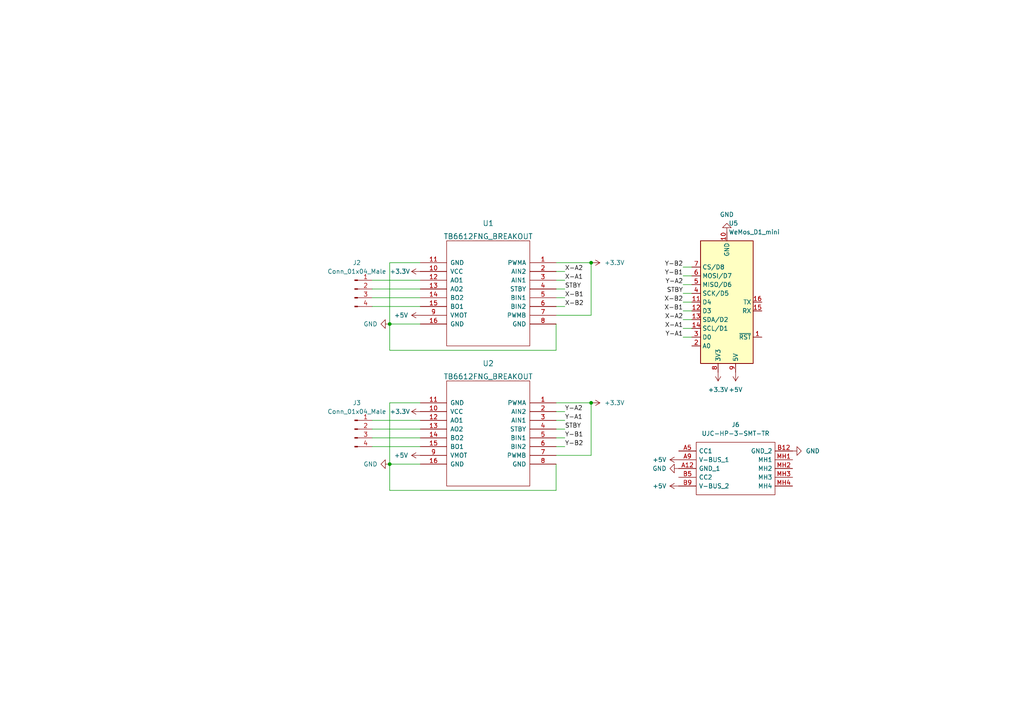
<source format=kicad_sch>
(kicad_sch (version 20211123) (generator eeschema)
  (paper "A4")
  (lib_symbols
    (symbol "Connector:Conn_01x04_Male" (pin_names (offset 1.016) hide)
      (property "Reference" "J" (at 0 5.08 0))
      (property "Value" "Conn_01x04_Male" (at 0 -7.62 0))
      (symbol "Conn_01x04_Male_1_1"
        (polyline (pts (xy 1.27 -5.08) (xy 0.8636 -5.08)) (stroke (width 0.1524)))
        (polyline (pts (xy 1.27 -2.54) (xy 0.8636 -2.54)) (stroke (width 0.1524)))
        (polyline (pts (xy 1.27 0) (xy 0.8636 0)) (stroke (width 0.1524)))
        (polyline (pts (xy 1.27 2.54) (xy 0.8636 2.54)) (stroke (width 0.1524)))
        (rectangle (start 0.8636 -4.953) (end 0 -5.207) (stroke (width 0.1524)) (fill (type outline)))
        (rectangle (start 0.8636 -2.413) (end 0 -2.667) (stroke (width 0.1524)) (fill (type outline)))
        (rectangle (start 0.8636 0.127) (end 0 -0.127) (stroke (width 0.1524)) (fill (type outline)))
        (rectangle (start 0.8636 2.667) (end 0 2.413) (stroke (width 0.1524)) (fill (type outline)))
        (pin passive line (at 5.08 2.54 180) (length 3.81) (name "Pin_1") (number "1"))
        (pin passive line (at 5.08 0 180) (length 3.81) (name "Pin_2") (number "2"))
        (pin passive line (at 5.08 -2.54 180) (length 3.81) (name "Pin_3") (number "3"))
        (pin passive line (at 5.08 -5.08 180) (length 3.81) (name "Pin_4") (number "4"))
      )
    )
    (symbol "MCU_Module:WeMos_D1_mini"
      (property "Reference" "U" (at 3.81 19.05 0))
      (property "Value" "WeMos_D1_mini" (at 1.27 -19.05 0))
      (symbol "WeMos_D1_mini_1_1"
        (rectangle (start -7.62 17.78) (end 7.62 -17.78) (stroke (width 0.254)) (fill (type background)))
        (pin input line (at -10.16 10.16 0) (length 2.54) (name "~{RST}") (number "1"))
        (pin power_in line (at 0 -20.32 90) (length 2.54) (name "GND") (number "10"))
        (pin bidirectional line (at 10.16 0 180) (length 2.54) (name "D4") (number "11"))
        (pin bidirectional line (at 10.16 2.54 180) (length 2.54) (name "D3") (number "12"))
        (pin bidirectional line (at 10.16 5.08 180) (length 2.54) (name "SDA/D2") (number "13"))
        (pin bidirectional line (at 10.16 7.62 180) (length 2.54) (name "SCL/D1") (number "14"))
        (pin input line (at -10.16 2.54 0) (length 2.54) (name "RX") (number "15"))
        (pin output line (at -10.16 0 0) (length 2.54) (name "TX") (number "16"))
        (pin input line (at 10.16 12.7 180) (length 2.54) (name "A0") (number "2"))
        (pin bidirectional line (at 10.16 10.16 180) (length 2.54) (name "D0") (number "3"))
        (pin bidirectional line (at 10.16 -2.54 180) (length 2.54) (name "SCK/D5") (number "4"))
        (pin bidirectional line (at 10.16 -5.08 180) (length 2.54) (name "MISO/D6") (number "5"))
        (pin bidirectional line (at 10.16 -7.62 180) (length 2.54) (name "MOSI/D7") (number "6"))
        (pin bidirectional line (at 10.16 -10.16 180) (length 2.54) (name "CS/D8") (number "7"))
        (pin power_out line (at 2.54 20.32 270) (length 2.54) (name "3V3") (number "8"))
        (pin power_in line (at -2.54 20.32 270) (length 2.54) (name "5V") (number "9"))
      )
    )
    (symbol "SamacSys_Parts:UJC-HP-3-SMT-TR" (pin_names (offset 0.762))
      (property "Reference" "J" (at 29.21 7.62 0))
      (property "Value" "UJC-HP-3-SMT-TR" (at 29.21 5.08 0))
      (symbol "UJC-HP-3-SMT-TR_0_0"
        (pin passive line (at 0 -5.08 0) (length 5.08) (name "GND_1") (number "A12"))
        (pin passive line (at 0 0 0) (length 5.08) (name "CC1") (number "A5"))
        (pin passive line (at 0 -2.54 0) (length 5.08) (name "V-BUS_1") (number "A9"))
        (pin passive line (at 33.02 0 180) (length 5.08) (name "GND_2") (number "B12"))
        (pin passive line (at 0 -7.62 0) (length 5.08) (name "CC2") (number "B5"))
        (pin passive line (at 0 -10.16 0) (length 5.08) (name "V-BUS_2") (number "B9"))
        (pin passive line (at 33.02 -2.54 180) (length 5.08) (name "MH1") (number "MH1"))
        (pin passive line (at 33.02 -5.08 180) (length 5.08) (name "MH2") (number "MH2"))
        (pin passive line (at 33.02 -7.62 180) (length 5.08) (name "MH3") (number "MH3"))
        (pin passive line (at 33.02 -10.16 180) (length 5.08) (name "MH4") (number "MH4"))
      )
      (symbol "UJC-HP-3-SMT-TR_0_1"
        (polyline (pts (xy 5.08 2.54) (xy 27.94 2.54) (xy 27.94 -12.7) (xy 5.08 -12.7) (xy 5.08 2.54)) (stroke (width 0.1524)))
      )
    )
    (symbol "TB6612FNG_BREAKOUT_1" (pin_names (offset 1.016))
      (property "Reference" "U" (at 13.97 15.24 0))
      (property "Value" "TB6612FNG_BREAKOUT_1" (at 0 1.27 90))
      (symbol "TB6612FNG_BREAKOUT_1_0_1"
        (rectangle (start -12.7 16.51) (end 11.43 -13.97))
      )
      (symbol "TB6612FNG_BREAKOUT_1_1_1"
        (pin input line (at 19.05 10.16 180) (length 7.62) (name "PWMA") (number "1"))
        (pin input line (at -20.32 7.62 0) (length 7.62) (name "VCC") (number "10"))
        (pin input line (at -20.32 10.16 0) (length 7.62) (name "GND") (number "11"))
        (pin output line (at -20.32 5.08 0) (length 7.62) (name "AO1") (number "12"))
        (pin output line (at -20.32 2.54 0) (length 7.62) (name "AO2") (number "13"))
        (pin output line (at -20.32 0 0) (length 7.62) (name "BO2") (number "14"))
        (pin output line (at -20.32 -2.54 0) (length 7.62) (name "BO1") (number "15"))
        (pin input line (at -20.32 -7.62 0) (length 7.62) (name "GND") (number "16"))
        (pin input line (at 19.05 7.62 180) (length 7.62) (name "AIN2") (number "2"))
        (pin input line (at 19.05 5.08 180) (length 7.62) (name "AIN1") (number "3"))
        (pin input line (at 19.05 2.54 180) (length 7.62) (name "STBY") (number "4"))
        (pin input line (at 19.05 0 180) (length 7.62) (name "BIN1") (number "5"))
        (pin input line (at 19.05 -2.54 180) (length 7.62) (name "BIN2") (number "6"))
        (pin input line (at 19.05 -5.08 180) (length 7.62) (name "PWMB") (number "7"))
        (pin input line (at 19.05 -7.62 180) (length 7.62) (name "GND") (number "8"))
        (pin input line (at -20.32 -5.08 0) (length 7.62) (name "VMOT") (number "9"))
      )
    )
    (symbol "TB6612FNG_BREAKOUT_3" (pin_names (offset 1.016))
      (property "Reference" "U" (at 13.97 15.24 0))
      (property "Value" "TB6612FNG_BREAKOUT_3" (at 0 1.27 90))
      (symbol "TB6612FNG_BREAKOUT_3_0_1"
        (rectangle (start -12.7 16.51) (end 11.43 -13.97))
      )
      (symbol "TB6612FNG_BREAKOUT_3_1_1"
        (pin input line (at 19.05 10.16 180) (length 7.62) (name "PWMA") (number "1"))
        (pin input line (at -20.32 7.62 0) (length 7.62) (name "VCC") (number "10"))
        (pin input line (at -20.32 10.16 0) (length 7.62) (name "GND") (number "11"))
        (pin output line (at -20.32 5.08 0) (length 7.62) (name "AO1") (number "12"))
        (pin output line (at -20.32 2.54 0) (length 7.62) (name "AO2") (number "13"))
        (pin output line (at -20.32 0 0) (length 7.62) (name "BO2") (number "14"))
        (pin output line (at -20.32 -2.54 0) (length 7.62) (name "BO1") (number "15"))
        (pin input line (at -20.32 -7.62 0) (length 7.62) (name "GND") (number "16"))
        (pin input line (at 19.05 7.62 180) (length 7.62) (name "AIN2") (number "2"))
        (pin input line (at 19.05 5.08 180) (length 7.62) (name "AIN1") (number "3"))
        (pin input line (at 19.05 2.54 180) (length 7.62) (name "STBY") (number "4"))
        (pin input line (at 19.05 0 180) (length 7.62) (name "BIN1") (number "5"))
        (pin input line (at 19.05 -2.54 180) (length 7.62) (name "BIN2") (number "6"))
        (pin input line (at 19.05 -5.08 180) (length 7.62) (name "PWMB") (number "7"))
        (pin input line (at 19.05 -7.62 180) (length 7.62) (name "GND") (number "8"))
        (pin input line (at -20.32 -5.08 0) (length 7.62) (name "VMOT") (number "9"))
      )
    )
    (symbol "power:+3.3V" (power) (pin_names (offset 0))
      (property "Value" "+3.3V" (at 0 3.556 0))
      (symbol "+3.3V_0_1"
        (polyline (pts (xy -0.762 1.27) (xy 0 2.54)))
        (polyline (pts (xy 0 0) (xy 0 2.54)))
        (polyline (pts (xy 0 2.54) (xy 0.762 1.27)))
      )
      (symbol "+3.3V_1_1"
        (pin power_in line (at 0 0 90) (length 0) hide (name "+3.3V") (number "1"))
      )
    )
    (symbol "power:+5V" (power) (pin_names (offset 0))
      (property "Value" "+5V" (at 0 3.556 0))
      (symbol "+5V_0_1"
        (polyline (pts (xy -0.762 1.27) (xy 0 2.54)))
        (polyline (pts (xy 0 0) (xy 0 2.54)))
        (polyline (pts (xy 0 2.54) (xy 0.762 1.27)))
      )
      (symbol "+5V_1_1"
        (pin power_in line (at 0 0 90) (length 0) hide (name "+5V") (number "1"))
      )
    )
    (symbol "power:GND" (power) (pin_names (offset 0))
      (property "Value" "GND" (at 0 -3.81 0))
      (symbol "GND_0_1"
        (polyline (pts (xy 0 0) (xy 0 -1.27) (xy 1.27 -1.27) (xy 0 -2.54) (xy -1.27 -1.27) (xy 0 -1.27)))
      )
      (symbol "GND_1_1"
        (pin power_in line (at 0 0 270) (length 0) hide (name "GND") (number "1"))
      )
    )
  )
  (junction (at 171.45 116.84))
  (junction (at 113.03 134.62))
  (junction (at 171.45 76.2))
  (junction (at 113.03 93.98))
  (wire (pts (xy 161.29 81.28) (xy 163.83 81.28)))
  (wire (pts (xy 113.03 93.98) (xy 121.92 93.98)))
  (wire (pts (xy 113.03 142.24) (xy 113.03 134.62)))
  (wire (pts (xy 161.29 127) (xy 163.83 127)))
  (wire (pts (xy 107.95 86.36) (xy 121.92 86.36)))
  (wire (pts (xy 161.29 101.6) (xy 113.03 101.6)))
  (wire (pts (xy 198.12 77.47) (xy 200.66 77.47)))
  (wire (pts (xy 161.29 78.74) (xy 163.83 78.74)))
  (wire (pts (xy 161.29 83.82) (xy 163.83 83.82)))
  (wire (pts (xy 107.95 121.92) (xy 121.92 121.92)))
  (wire (pts (xy 161.29 132.08) (xy 171.45 132.08)))
  (wire (pts (xy 161.29 93.98) (xy 161.29 101.6)))
  (wire (pts (xy 107.95 124.46) (xy 121.92 124.46)))
  (wire (pts (xy 121.92 76.2) (xy 113.03 76.2)))
  (wire (pts (xy 107.95 127) (xy 121.92 127)))
  (wire (pts (xy 161.29 142.24) (xy 113.03 142.24)))
  (wire (pts (xy 113.03 76.2) (xy 113.03 93.98)))
  (wire (pts (xy 107.95 83.82) (xy 121.92 83.82)))
  (wire (pts (xy 161.29 124.46) (xy 163.83 124.46)))
  (wire (pts (xy 161.29 91.44) (xy 171.45 91.44)))
  (wire (pts (xy 198.12 85.09) (xy 200.66 85.09)))
  (wire (pts (xy 198.12 82.55) (xy 200.66 82.55)))
  (wire (pts (xy 161.29 76.2) (xy 171.45 76.2)))
  (wire (pts (xy 198.12 97.79) (xy 200.66 97.79)))
  (wire (pts (xy 113.03 116.84) (xy 113.03 134.62)))
  (wire (pts (xy 161.29 134.62) (xy 161.29 142.24)))
  (wire (pts (xy 198.12 95.25) (xy 200.66 95.25)))
  (wire (pts (xy 171.45 132.08) (xy 171.45 116.84)))
  (wire (pts (xy 107.95 129.54) (xy 121.92 129.54)))
  (wire (pts (xy 198.12 90.17) (xy 200.66 90.17)))
  (wire (pts (xy 171.45 91.44) (xy 171.45 76.2)))
  (wire (pts (xy 161.29 116.84) (xy 171.45 116.84)))
  (wire (pts (xy 107.95 81.28) (xy 121.92 81.28)))
  (wire (pts (xy 161.29 119.38) (xy 163.83 119.38)))
  (wire (pts (xy 113.03 101.6) (xy 113.03 93.98)))
  (wire (pts (xy 198.12 92.71) (xy 200.66 92.71)))
  (wire (pts (xy 161.29 129.54) (xy 163.83 129.54)))
  (wire (pts (xy 161.29 86.36) (xy 163.83 86.36)))
  (wire (pts (xy 161.29 121.92) (xy 163.83 121.92)))
  (wire (pts (xy 121.92 116.84) (xy 113.03 116.84)))
  (wire (pts (xy 198.12 80.01) (xy 200.66 80.01)))
  (wire (pts (xy 107.95 88.9) (xy 121.92 88.9)))
  (wire (pts (xy 161.29 88.9) (xy 163.83 88.9)))
  (wire (pts (xy 198.12 87.63) (xy 200.66 87.63)))
  (wire (pts (xy 113.03 134.62) (xy 121.92 134.62)))
  (label "Y-A1" (at 163.83 121.92 0))
  (label "X-B1" (at 198.12 90.17 180))
  (label "Y-B2" (at 163.83 129.54 0))
  (label "X-B2" (at 163.83 88.9 0))
  (label "STBY" (at 163.83 83.82 0))
  (label "X-A2" (at 163.83 78.74 0))
  (label "Y-A2" (at 198.12 82.55 180))
  (label "X-A1" (at 198.12 95.25 180))
  (label "Y-B1" (at 198.12 80.01 180))
  (label "STBY" (at 163.83 124.46 0))
  (label "X-A1" (at 163.83 81.28 0))
  (label "Y-B1" (at 163.83 127 0))
  (label "X-B2" (at 198.12 87.63 180))
  (label "Y-A2" (at 163.83 119.38 0))
  (label "STBY" (at 198.12 85.09 180))
  (label "X-A2" (at 198.12 92.71 180))
  (label "Y-B2" (at 198.12 77.47 180))
  (label "X-B1" (at 163.83 86.36 0))
  (label "Y-A1" (at 198.12 97.79 180))
  (symbol (lib_id "power:+5V") (at 213.36 107.95 180) (unit 1)
    (property "Reference" "#PWR024" (effects hide))
    (property "Value" "+5V" (at 213.36 113.03 0))
  )
  (symbol (lib_id "power:GND") (at 210.82 67.31 180) (unit 1)
    (property "Reference" "#PWR023" (effects hide))
    (property "Value" "GND" (at 210.82 62.23 0))
  )
  (symbol (lib_id "Connector:Conn_01x04_Male") (at 102.87 83.82 0) (unit 1)
    (property "Reference" "J2" (at 103.505 76.2 0))
    (property "Value" "Conn_01x04_Male" (at 103.505 78.74 0))
    (property "Footprint" "Connector_JST:JST_XH_B4B-XH-AM_1x04_P2.50mm_Vertical" (effects hide))
  )
  (symbol (lib_id "SamacSys_Parts:UJC-HP-3-SMT-TR") (at 196.85 130.81 0) (unit 1)
    (property "Reference" "J6" (at 213.36 123.19 0))
    (property "Value" "UJC-HP-3-SMT-TR" (at 213.36 125.73 0))
    (property "Footprint" "UJCHP3SMTTR" (effects hide))
    (property "Datasheet" "https://www.cuidevices.com/product/resource/ujc-hp-3-smt-tr.pdf" (effects hide))
    (property "Description" "USB-C (USB TYPE-C) Receptacle Connector 24 (6+18 Dummy) Position Surface Mount, Right Angle; Through Hole" (effects hide))
    (property "Height" "3.36" (effects hide))
    (property "Manufacturer_Name" "CUI Inc." (effects hide))
    (property "Manufacturer_Part_Number" "UJC-HP-3-SMT-TR" (effects hide))
    (property "Mouser Part Number" "490-UJC-HP-3-SMT-TR" (effects hide))
    (property "Mouser Price/Stock" "https://www.mouser.co.uk/ProductDetail/CUI-Devices/UJC-HP-3-SMT-TR?qs=vmHwEFxEFR%252BLRSV%252Bufrn1g%3D%3D" (effects hide))
    (property "Arrow Part Number" "UJC-HP-3-SMT-TR" (effects hide))
    (property "Arrow Price/Stock" "https://www.arrow.com/en/products/ujc-hp-3-smt-tr/cui-devices?region=europe" (effects hide))
  )
  (symbol (lib_id "Connector:Conn_01x04_Male") (at 102.87 124.46 0) (unit 1)
    (property "Reference" "J3" (at 103.505 116.84 0))
    (property "Value" "Conn_01x04_Male" (at 103.505 119.38 0))
    (property "Footprint" "Connector_JST:JST_XH_B4B-XH-AM_1x04_P2.50mm_Vertical" (effects hide))
  )
  (symbol (lib_id "power:GND") (at 113.03 93.98 270) (unit 1)
    (property "Reference" "#PWR03" (effects hide))
    (property "Value" "GND" (at 105.41 93.98 90) (effects (justify left)))
  )
  (symbol (lib_id "power:+5V") (at 196.85 133.35 90) (unit 1)
    (property "Reference" "#PWR019" (effects hide))
    (property "Value" "+5V" (at 189.23 133.35 90) (effects (justify right)))
  )
  (symbol (lib_id "power:+5V") (at 121.92 132.08 90) (unit 1)
    (property "Reference" "#PWR010" (effects hide))
    (property "Value" "+5V" (at 114.3 132.08 90) (effects (justify right)))
  )
  (symbol (lib_id "power:GND") (at 196.85 135.89 270) (unit 1)
    (property "Reference" "#PWR020" (effects hide))
    (property "Value" "GND" (at 189.23 135.89 90) (effects (justify left)))
  )
  (symbol (lib_id "power:GND") (at 113.03 134.62 270) (unit 1)
    (property "Reference" "#PWR04" (effects hide))
    (property "Value" "GND" (at 105.41 134.62 90) (effects (justify left)))
  )
  (symbol (lib_id "power:+5V") (at 196.85 140.97 90) (unit 1)
    (property "Reference" "#PWR021" (effects hide))
    (property "Value" "+5V" (at 189.23 140.97 90) (effects (justify right)))
  )
  (symbol (lib_id "power:+3.3V") (at 121.92 119.38 90) (unit 1)
    (property "Reference" "#PWR09" (effects hide))
    (property "Value" "+3.3V" (at 113.03 119.38 90) (effects (justify right)))
  )
  (symbol (lib_name "TB6612FNG_BREAKOUT_1") (lib_id "misc:TB6612FNG_BREAKOUT") (at 142.24 86.36 0) (unit 1)
    (property "Reference" "U1" (at 141.605 64.77 0) (effects (font (size 1.524 1.524))))
    (property "Value" "TB6612FNG_BREAKOUT" (at 141.605 68.58 0) (effects (font (size 1.524 1.524))))
    (property "Footprint" "MyFootprints:TB6612FNG_Breakout" (effects hide))
  )
  (symbol (lib_id "power:+3.3V") (at 121.92 78.74 90) (unit 1)
    (property "Reference" "#PWR07" (effects hide))
    (property "Value" "+3.3V" (at 113.03 78.74 90) (effects (justify right)))
  )
  (symbol (lib_name "TB6612FNG_BREAKOUT_3") (lib_id "misc:TB6612FNG_BREAKOUT") (at 142.24 127 0) (unit 1)
    (property "Reference" "U2" (at 141.605 105.41 0) (effects (font (size 1.524 1.524))))
    (property "Value" "TB6612FNG_BREAKOUT" (at 141.605 109.22 0) (effects (font (size 1.524 1.524))))
    (property "Footprint" "MyFootprints:TB6612FNG_Breakout" (effects hide))
  )
  (symbol (lib_id "power:+3.3V") (at 171.45 76.2 270) (unit 1)
    (property "Reference" "#PWR015" (effects hide))
    (property "Value" "+3.3V" (at 175.26 76.1999 90) (effects (justify left)))
  )
  (symbol (lib_id "power:+3.3V") (at 208.28 107.95 180) (unit 1)
    (property "Reference" "#PWR022" (effects hide))
    (property "Value" "+3.3V" (at 208.28 113.03 0))
  )
  (symbol (lib_id "MCU_Module:WeMos_D1_mini") (at 210.82 87.63 180) (unit 1)
    (property "Reference" "U5" (at 211.3406 64.77 0) (effects (justify right)))
    (property "Value" "WeMos_D1_mini" (at 211.3406 67.31 0) (effects (justify right)))
    (property "Footprint" "Module:WEMOS_D1_mini_light" (effects hide))
    (property "Datasheet" "https://wiki.wemos.cc/products:d1:d1_mini#documentation" (effects hide))
  )
  (symbol (lib_id "power:+3.3V") (at 171.45 116.84 270) (unit 1)
    (property "Reference" "#PWR016" (effects hide))
    (property "Value" "+3.3V" (at 175.26 116.8399 90) (effects (justify left)))
  )
  (symbol (lib_id "power:GND") (at 229.87 130.81 90) (unit 1)
    (property "Reference" "#PWR025" (effects hide))
    (property "Value" "GND" (at 233.68 130.8099 90) (effects (justify right)))
  )
  (symbol (lib_id "power:+5V") (at 121.92 91.44 90) (unit 1)
    (property "Reference" "#PWR08" (effects hide))
    (property "Value" "+5V" (at 114.3 91.44 90) (effects (justify right)))
  )
)
</source>
